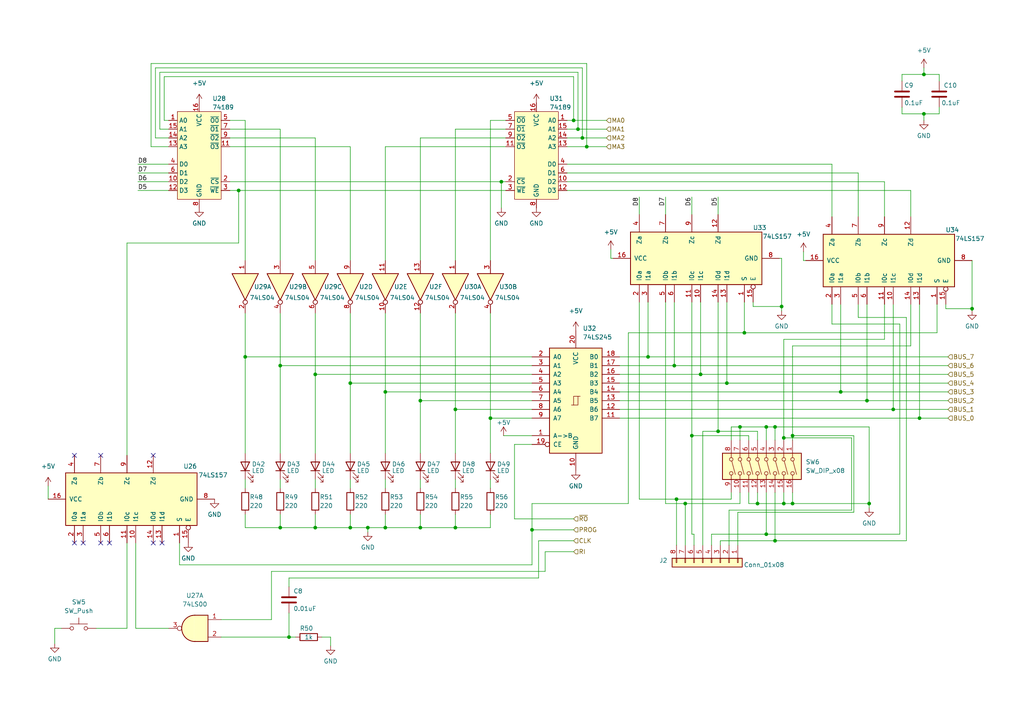
<source format=kicad_sch>
(kicad_sch (version 20211123) (generator eeschema)
  (paper "A4")
  (lib_symbols
    (symbol "74xx:74189"
      (property "Reference" "U" (at 5.08 13.97 0))
      (property "Value" "74189" (at 6.35 -13.97 0))
      (symbol "74189_0_1"
        (rectangle (start -6.35 12.7) (end 6.35 -12.7) (fill (type background)))
      )
      (symbol "74189_1_1"
        (pin input line (at -8.89 10.16 0) (length 2.54) (name "A0") (number "1"))
        (pin input line (at -8.89 -7.62 0) (length 2.54) (name "D2") (number "10"))
        (pin output line (at 8.89 2.54 180) (length 2.54) (name "~{O3}") (number "11"))
        (pin input line (at -8.89 -10.16 0) (length 2.54) (name "D3") (number "12"))
        (pin input line (at -8.89 2.54 0) (length 2.54) (name "A3") (number "13"))
        (pin input line (at -8.89 5.08 0) (length 2.54) (name "A2") (number "14"))
        (pin input line (at -8.89 7.62 0) (length 2.54) (name "A1") (number "15"))
        (pin input line (at 0 15.24 270) (length 2.54) (name "VCC") (number "16"))
        (pin input line (at 8.89 -7.62 180) (length 2.54) (name "~{CS}") (number "2"))
        (pin input line (at 8.89 -10.16 180) (length 2.54) (name "~{WE}") (number "3"))
        (pin input line (at -8.89 -2.54 0) (length 2.54) (name "D0") (number "4"))
        (pin output line (at 8.89 10.16 180) (length 2.54) (name "~{O0}") (number "5"))
        (pin input line (at -8.89 -5.08 0) (length 2.54) (name "D1") (number "6"))
        (pin output line (at 8.89 7.62 180) (length 2.54) (name "~{O1}") (number "7"))
        (pin input line (at 0 -15.24 90) (length 2.54) (name "GND") (number "8"))
        (pin output line (at 8.89 5.08 180) (length 2.54) (name "~{O2}") (number "9"))
      )
    )
    (symbol "74xx:74LS00" (pin_names (offset 1.016))
      (property "Reference" "U" (at 0 1.27 0))
      (property "Value" "74LS00" (at 0 -1.27 0))
      (symbol "74LS00_1_1"
        (arc (start 0 -3.81) (mid 3.81 0) (end 0 3.81) (stroke (width 0.254)) (fill (type background)))
        (polyline (pts (xy 0 3.81) (xy -3.81 3.81) (xy -3.81 -3.81) (xy 0 -3.81)) (stroke (width 0.254)) (fill (type background)))
        (pin input line (at -7.62 2.54 0) (length 3.81) (name "~") (number "1"))
        (pin input line (at -7.62 -2.54 0) (length 3.81) (name "~") (number "2"))
        (pin output inverted (at 7.62 0 180) (length 3.81) (name "~") (number "3"))
      )
      (symbol "74LS00_1_2"
        (arc (start -3.81 -3.81) (mid -2.589 0) (end -3.81 3.81) (stroke (width 0.254)))
        (arc (start -0.6096 -3.81) (mid 2.1842 -2.5851) (end 3.81 0) (stroke (width 0.254)) (fill (type background)))
        (polyline (pts (xy -3.81 -3.81) (xy -0.635 -3.81)) (stroke (width 0.254)) (fill (type background)))
        (polyline (pts (xy -3.81 3.81) (xy -0.635 3.81)) (stroke (width 0.254)) (fill (type background)))
        (polyline (pts (xy -0.635 3.81) (xy -3.81 3.81) (xy -3.81 3.81) (xy -3.556 3.4036) (xy -3.0226 2.2606) (xy -2.6924 1.0414) (xy -2.6162 -0.254) (xy -2.7686 -1.4986) (xy -3.175 -2.7178) (xy -3.81 -3.81) (xy -3.81 -3.81) (xy -0.635 -3.81)) (stroke (width -25.4)) (fill (type background)))
        (arc (start 3.81 0) (mid 2.1915 2.5936) (end -0.6096 3.81) (stroke (width 0.254)) (fill (type background)))
        (pin input inverted (at -7.62 2.54 0) (length 4.318) (name "~") (number "1"))
        (pin input inverted (at -7.62 -2.54 0) (length 4.318) (name "~") (number "2"))
        (pin output line (at 7.62 0 180) (length 3.81) (name "~") (number "3"))
      )
      (symbol "74LS00_2_1"
        (arc (start 0 -3.81) (mid 3.81 0) (end 0 3.81) (stroke (width 0.254)) (fill (type background)))
        (polyline (pts (xy 0 3.81) (xy -3.81 3.81) (xy -3.81 -3.81) (xy 0 -3.81)) (stroke (width 0.254)) (fill (type background)))
        (pin input line (at -7.62 2.54 0) (length 3.81) (name "~") (number "4"))
        (pin input line (at -7.62 -2.54 0) (length 3.81) (name "~") (number "5"))
        (pin output inverted (at 7.62 0 180) (length 3.81) (name "~") (number "6"))
      )
      (symbol "74LS00_2_2"
        (arc (start -3.81 -3.81) (mid -2.589 0) (end -3.81 3.81) (stroke (width 0.254)))
        (arc (start -0.6096 -3.81) (mid 2.1842 -2.5851) (end 3.81 0) (stroke (width 0.254)) (fill (type background)))
        (polyline (pts (xy -3.81 -3.81) (xy -0.635 -3.81)) (stroke (width 0.254)) (fill (type background)))
        (polyline (pts (xy -3.81 3.81) (xy -0.635 3.81)) (stroke (width 0.254)) (fill (type background)))
        (polyline (pts (xy -0.635 3.81) (xy -3.81 3.81) (xy -3.81 3.81) (xy -3.556 3.4036) (xy -3.0226 2.2606) (xy -2.6924 1.0414) (xy -2.6162 -0.254) (xy -2.7686 -1.4986) (xy -3.175 -2.7178) (xy -3.81 -3.81) (xy -3.81 -3.81) (xy -0.635 -3.81)) (stroke (width -25.4)) (fill (type background)))
        (arc (start 3.81 0) (mid 2.1915 2.5936) (end -0.6096 3.81) (stroke (width 0.254)) (fill (type background)))
        (pin input inverted (at -7.62 2.54 0) (length 4.318) (name "~") (number "4"))
        (pin input inverted (at -7.62 -2.54 0) (length 4.318) (name "~") (number "5"))
        (pin output line (at 7.62 0 180) (length 3.81) (name "~") (number "6"))
      )
      (symbol "74LS00_3_1"
        (arc (start 0 -3.81) (mid 3.81 0) (end 0 3.81) (stroke (width 0.254)) (fill (type background)))
        (polyline (pts (xy 0 3.81) (xy -3.81 3.81) (xy -3.81 -3.81) (xy 0 -3.81)) (stroke (width 0.254)) (fill (type background)))
        (pin input line (at -7.62 -2.54 0) (length 3.81) (name "~") (number "10"))
        (pin output inverted (at 7.62 0 180) (length 3.81) (name "~") (number "8"))
        (pin input line (at -7.62 2.54 0) (length 3.81) (name "~") (number "9"))
      )
      (symbol "74LS00_3_2"
        (arc (start -3.81 -3.81) (mid -2.589 0) (end -3.81 3.81) (stroke (width 0.254)))
        (arc (start -0.6096 -3.81) (mid 2.1842 -2.5851) (end 3.81 0) (stroke (width 0.254)) (fill (type background)))
        (polyline (pts (xy -3.81 -3.81) (xy -0.635 -3.81)) (stroke (width 0.254)) (fill (type background)))
        (polyline (pts (xy -3.81 3.81) (xy -0.635 3.81)) (stroke (width 0.254)) (fill (type background)))
        (polyline (pts (xy -0.635 3.81) (xy -3.81 3.81) (xy -3.81 3.81) (xy -3.556 3.4036) (xy -3.0226 2.2606) (xy -2.6924 1.0414) (xy -2.6162 -0.254) (xy -2.7686 -1.4986) (xy -3.175 -2.7178) (xy -3.81 -3.81) (xy -3.81 -3.81) (xy -0.635 -3.81)) (stroke (width -25.4)) (fill (type background)))
        (arc (start 3.81 0) (mid 2.1915 2.5936) (end -0.6096 3.81) (stroke (width 0.254)) (fill (type background)))
        (pin input inverted (at -7.62 -2.54 0) (length 4.318) (name "~") (number "10"))
        (pin output line (at 7.62 0 180) (length 3.81) (name "~") (number "8"))
        (pin input inverted (at -7.62 2.54 0) (length 4.318) (name "~") (number "9"))
      )
      (symbol "74LS00_4_1"
        (arc (start 0 -3.81) (mid 3.81 0) (end 0 3.81) (stroke (width 0.254)) (fill (type background)))
        (polyline (pts (xy 0 3.81) (xy -3.81 3.81) (xy -3.81 -3.81) (xy 0 -3.81)) (stroke (width 0.254)) (fill (type background)))
        (pin output inverted (at 7.62 0 180) (length 3.81) (name "~") (number "11"))
        (pin input line (at -7.62 2.54 0) (length 3.81) (name "~") (number "12"))
        (pin input line (at -7.62 -2.54 0) (length 3.81) (name "~") (number "13"))
      )
      (symbol "74LS00_4_2"
        (arc (start -3.81 -3.81) (mid -2.589 0) (end -3.81 3.81) (stroke (width 0.254)))
        (arc (start -0.6096 -3.81) (mid 2.1842 -2.5851) (end 3.81 0) (stroke (width 0.254)) (fill (type background)))
        (polyline (pts (xy -3.81 -3.81) (xy -0.635 -3.81)) (stroke (width 0.254)) (fill (type background)))
        (polyline (pts (xy -3.81 3.81) (xy -0.635 3.81)) (stroke (width 0.254)) (fill (type background)))
        (polyline (pts (xy -0.635 3.81) (xy -3.81 3.81) (xy -3.81 3.81) (xy -3.556 3.4036) (xy -3.0226 2.2606) (xy -2.6924 1.0414) (xy -2.6162 -0.254) (xy -2.7686 -1.4986) (xy -3.175 -2.7178) (xy -3.81 -3.81) (xy -3.81 -3.81) (xy -0.635 -3.81)) (stroke (width -25.4)) (fill (type background)))
        (arc (start 3.81 0) (mid 2.1915 2.5936) (end -0.6096 3.81) (stroke (width 0.254)) (fill (type background)))
        (pin output line (at 7.62 0 180) (length 3.81) (name "~") (number "11"))
        (pin input inverted (at -7.62 2.54 0) (length 4.318) (name "~") (number "12"))
        (pin input inverted (at -7.62 -2.54 0) (length 4.318) (name "~") (number "13"))
      )
      (symbol "74LS00_5_0"
        (pin power_in line (at 0 12.7 270) (length 5.08) (name "VCC") (number "14"))
        (pin power_in line (at 0 -12.7 90) (length 5.08) (name "GND") (number "7"))
      )
      (symbol "74LS00_5_1"
        (rectangle (start -5.08 7.62) (end 5.08 -7.62) (stroke (width 0.254)) (fill (type background)))
      )
    )
    (symbol "74xx:74LS04"
      (property "Reference" "U" (at 0 1.27 0))
      (property "Value" "74LS04" (at 0 -1.27 0))
      (symbol "74LS04_1_0"
        (polyline (pts (xy -3.81 3.81) (xy -3.81 -3.81) (xy 3.81 0) (xy -3.81 3.81)) (stroke (width 0.254)) (fill (type background)))
        (pin input line (at -7.62 0 0) (length 3.81) (name "~") (number "1"))
        (pin output inverted (at 7.62 0 180) (length 3.81) (name "~") (number "2"))
      )
      (symbol "74LS04_2_0"
        (polyline (pts (xy -3.81 3.81) (xy -3.81 -3.81) (xy 3.81 0) (xy -3.81 3.81)) (stroke (width 0.254)) (fill (type background)))
        (pin input line (at -7.62 0 0) (length 3.81) (name "~") (number "3"))
        (pin output inverted (at 7.62 0 180) (length 3.81) (name "~") (number "4"))
      )
      (symbol "74LS04_3_0"
        (polyline (pts (xy -3.81 3.81) (xy -3.81 -3.81) (xy 3.81 0) (xy -3.81 3.81)) (stroke (width 0.254)) (fill (type background)))
        (pin input line (at -7.62 0 0) (length 3.81) (name "~") (number "5"))
        (pin output inverted (at 7.62 0 180) (length 3.81) (name "~") (number "6"))
      )
      (symbol "74LS04_4_0"
        (polyline (pts (xy -3.81 3.81) (xy -3.81 -3.81) (xy 3.81 0) (xy -3.81 3.81)) (stroke (width 0.254)) (fill (type background)))
        (pin output inverted (at 7.62 0 180) (length 3.81) (name "~") (number "8"))
        (pin input line (at -7.62 0 0) (length 3.81) (name "~") (number "9"))
      )
      (symbol "74LS04_5_0"
        (polyline (pts (xy -3.81 3.81) (xy -3.81 -3.81) (xy 3.81 0) (xy -3.81 3.81)) (stroke (width 0.254)) (fill (type background)))
        (pin output inverted (at 7.62 0 180) (length 3.81) (name "~") (number "10"))
        (pin input line (at -7.62 0 0) (length 3.81) (name "~") (number "11"))
      )
      (symbol "74LS04_6_0"
        (polyline (pts (xy -3.81 3.81) (xy -3.81 -3.81) (xy 3.81 0) (xy -3.81 3.81)) (stroke (width 0.254)) (fill (type background)))
        (pin output inverted (at 7.62 0 180) (length 3.81) (name "~") (number "12"))
        (pin input line (at -7.62 0 0) (length 3.81) (name "~") (number "13"))
      )
      (symbol "74LS04_7_0"
        (pin power_in line (at 0 12.7 270) (length 5.08) (name "VCC") (number "14"))
        (pin power_in line (at 0 -12.7 90) (length 5.08) (name "GND") (number "7"))
      )
      (symbol "74LS04_7_1"
        (rectangle (start -5.08 7.62) (end 5.08 -7.62) (stroke (width 0.254)) (fill (type background)))
      )
    )
    (symbol "74xx:74LS157" (pin_names (offset 1.016))
      (property "Reference" "U" (at -7.62 19.05 0))
      (property "Value" "74LS157" (at -7.62 -21.59 0))
      (symbol "74LS157_1_0"
        (pin input line (at -12.7 -15.24 0) (length 5.08) (name "S") (number "1"))
        (pin input line (at -12.7 -2.54 0) (length 5.08) (name "I1c") (number "10"))
        (pin input line (at -12.7 0 0) (length 5.08) (name "I0c") (number "11"))
        (pin output line (at 12.7 -7.62 180) (length 5.08) (name "Zd") (number "12"))
        (pin input line (at -12.7 -10.16 0) (length 5.08) (name "I1d") (number "13"))
        (pin input line (at -12.7 -7.62 0) (length 5.08) (name "I0d") (number "14"))
        (pin input inverted (at -12.7 -17.78 0) (length 5.08) (name "E") (number "15"))
        (pin power_in line (at 0 22.86 270) (length 5.08) (name "VCC") (number "16"))
        (pin input line (at -12.7 15.24 0) (length 5.08) (name "I0a") (number "2"))
        (pin input line (at -12.7 12.7 0) (length 5.08) (name "I1a") (number "3"))
        (pin output line (at 12.7 15.24 180) (length 5.08) (name "Za") (number "4"))
        (pin input line (at -12.7 7.62 0) (length 5.08) (name "I0b") (number "5"))
        (pin input line (at -12.7 5.08 0) (length 5.08) (name "I1b") (number "6"))
        (pin output line (at 12.7 7.62 180) (length 5.08) (name "Zb") (number "7"))
        (pin power_in line (at 0 -25.4 90) (length 5.08) (name "GND") (number "8"))
        (pin output line (at 12.7 0 180) (length 5.08) (name "Zc") (number "9"))
      )
      (symbol "74LS157_1_1"
        (rectangle (start -7.62 17.78) (end 7.62 -20.32) (stroke (width 0.254)) (fill (type background)))
      )
    )
    (symbol "74xx:74LS245" (pin_names (offset 1.016))
      (property "Reference" "U" (at -7.62 16.51 0))
      (property "Value" "74LS245" (at -7.62 -16.51 0))
      (symbol "74LS245_1_0"
        (polyline (pts (xy -0.635 -1.27) (xy -0.635 1.27) (xy 0.635 1.27)))
        (polyline (pts (xy -1.27 -1.27) (xy 0.635 -1.27) (xy 0.635 1.27) (xy 1.27 1.27)))
        (pin input line (at -12.7 -10.16 0) (length 5.08) (name "A->B") (number "1"))
        (pin power_in line (at 0 -20.32 90) (length 5.08) (name "GND") (number "10"))
        (pin tri_state line (at 12.7 -5.08 180) (length 5.08) (name "B7") (number "11"))
        (pin tri_state line (at 12.7 -2.54 180) (length 5.08) (name "B6") (number "12"))
        (pin tri_state line (at 12.7 0 180) (length 5.08) (name "B5") (number "13"))
        (pin tri_state line (at 12.7 2.54 180) (length 5.08) (name "B4") (number "14"))
        (pin tri_state line (at 12.7 5.08 180) (length 5.08) (name "B3") (number "15"))
        (pin tri_state line (at 12.7 7.62 180) (length 5.08) (name "B2") (number "16"))
        (pin tri_state line (at 12.7 10.16 180) (length 5.08) (name "B1") (number "17"))
        (pin tri_state line (at 12.7 12.7 180) (length 5.08) (name "B0") (number "18"))
        (pin input inverted (at -12.7 -12.7 0) (length 5.08) (name "CE") (number "19"))
        (pin tri_state line (at -12.7 12.7 0) (length 5.08) (name "A0") (number "2"))
        (pin power_in line (at 0 20.32 270) (length 5.08) (name "VCC") (number "20"))
        (pin tri_state line (at -12.7 10.16 0) (length 5.08) (name "A1") (number "3"))
        (pin tri_state line (at -12.7 7.62 0) (length 5.08) (name "A2") (number "4"))
        (pin tri_state line (at -12.7 5.08 0) (length 5.08) (name "A3") (number "5"))
        (pin tri_state line (at -12.7 2.54 0) (length 5.08) (name "A4") (number "6"))
        (pin tri_state line (at -12.7 0 0) (length 5.08) (name "A5") (number "7"))
        (pin tri_state line (at -12.7 -2.54 0) (length 5.08) (name "A6") (number "8"))
        (pin tri_state line (at -12.7 -5.08 0) (length 5.08) (name "A7") (number "9"))
      )
      (symbol "74LS245_1_1"
        (rectangle (start -7.62 15.24) (end 7.62 -15.24) (stroke (width 0.254)) (fill (type background)))
      )
    )
    (symbol "Connector_Generic:Conn_01x08" (pin_names (offset 1.016) hide)
      (property "Reference" "J" (at 0 10.16 0))
      (property "Value" "Conn_01x08" (at 0 -12.7 0))
      (symbol "Conn_01x08_1_1"
        (rectangle (start -1.27 -10.033) (end 0 -10.287) (stroke (width 0.1524)))
        (rectangle (start -1.27 -7.493) (end 0 -7.747) (stroke (width 0.1524)))
        (rectangle (start -1.27 -4.953) (end 0 -5.207) (stroke (width 0.1524)))
        (rectangle (start -1.27 -2.413) (end 0 -2.667) (stroke (width 0.1524)))
        (rectangle (start -1.27 0.127) (end 0 -0.127) (stroke (width 0.1524)))
        (rectangle (start -1.27 2.667) (end 0 2.413) (stroke (width 0.1524)))
        (rectangle (start -1.27 5.207) (end 0 4.953) (stroke (width 0.1524)))
        (rectangle (start -1.27 7.747) (end 0 7.493) (stroke (width 0.1524)))
        (rectangle (start -1.27 8.89) (end 1.27 -11.43) (stroke (width 0.254)) (fill (type background)))
        (pin passive line (at -5.08 7.62 0) (length 3.81) (name "Pin_1") (number "1"))
        (pin passive line (at -5.08 5.08 0) (length 3.81) (name "Pin_2") (number "2"))
        (pin passive line (at -5.08 2.54 0) (length 3.81) (name "Pin_3") (number "3"))
        (pin passive line (at -5.08 0 0) (length 3.81) (name "Pin_4") (number "4"))
        (pin passive line (at -5.08 -2.54 0) (length 3.81) (name "Pin_5") (number "5"))
        (pin passive line (at -5.08 -5.08 0) (length 3.81) (name "Pin_6") (number "6"))
        (pin passive line (at -5.08 -7.62 0) (length 3.81) (name "Pin_7") (number "7"))
        (pin passive line (at -5.08 -10.16 0) (length 3.81) (name "Pin_8") (number "8"))
      )
    )
    (symbol "Device:C" (pin_numbers hide) (pin_names (offset 0.254))
      (property "Reference" "C" (at 0.635 2.54 0))
      (property "Value" "C" (at 0.635 -2.54 0))
      (symbol "C_0_1"
        (polyline (pts (xy -2.032 -0.762) (xy 2.032 -0.762)) (stroke (width 0.508)))
        (polyline (pts (xy -2.032 0.762) (xy 2.032 0.762)) (stroke (width 0.508)))
      )
      (symbol "C_1_1"
        (pin passive line (at 0 3.81 270) (length 2.794) (name "~") (number "1"))
        (pin passive line (at 0 -3.81 90) (length 2.794) (name "~") (number "2"))
      )
    )
    (symbol "Device:LED" (pin_numbers hide) (pin_names (offset 1.016) hide)
      (property "Reference" "D" (at 0 2.54 0))
      (property "Value" "LED" (at 0 -2.54 0))
      (symbol "LED_0_1"
        (polyline (pts (xy -1.27 -1.27) (xy -1.27 1.27)) (stroke (width 0.254)))
        (polyline (pts (xy -1.27 0) (xy 1.27 0)))
        (polyline (pts (xy 1.27 -1.27) (xy 1.27 1.27) (xy -1.27 0) (xy 1.27 -1.27)) (stroke (width 0.254)))
        (polyline (pts (xy -3.048 -0.762) (xy -4.572 -2.286) (xy -3.81 -2.286) (xy -4.572 -2.286) (xy -4.572 -1.524)))
        (polyline (pts (xy -1.778 -0.762) (xy -3.302 -2.286) (xy -2.54 -2.286) (xy -3.302 -2.286) (xy -3.302 -1.524)))
      )
      (symbol "LED_1_1"
        (pin passive line (at -3.81 0 0) (length 2.54) (name "K") (number "1"))
        (pin passive line (at 3.81 0 180) (length 2.54) (name "A") (number "2"))
      )
    )
    (symbol "Device:R" (pin_numbers hide) (pin_names (offset 0))
      (property "Reference" "R" (at 2.032 0 90))
      (property "Value" "R" (at 0 0 90))
      (symbol "R_0_1"
        (rectangle (start -1.016 -2.54) (end 1.016 2.54) (stroke (width 0.254)))
      )
      (symbol "R_1_1"
        (pin passive line (at 0 3.81 270) (length 1.27) (name "~") (number "1"))
        (pin passive line (at 0 -3.81 90) (length 1.27) (name "~") (number "2"))
      )
    )
    (symbol "Switch:SW_DIP_x08" (pin_names (offset 0) hide)
      (property "Reference" "SW" (at 0 13.97 0))
      (property "Value" "SW_DIP_x08" (at 0 -11.43 0))
      (symbol "SW_DIP_x08_0_0"
        (circle (center -2.032 -7.62) (radius 0.508))
        (circle (center -2.032 -5.08) (radius 0.508))
        (circle (center -2.032 -2.54) (radius 0.508))
        (circle (center -2.032 0) (radius 0.508))
        (circle (center -2.032 2.54) (radius 0.508))
        (circle (center -2.032 5.08) (radius 0.508))
        (circle (center -2.032 7.62) (radius 0.508))
        (circle (center -2.032 10.16) (radius 0.508))
        (polyline (pts (xy -1.524 -7.4676) (xy 2.3622 -6.4262)))
        (polyline (pts (xy -1.524 -4.9276) (xy 2.3622 -3.8862)))
        (polyline (pts (xy -1.524 -2.3876) (xy 2.3622 -1.3462)))
        (polyline (pts (xy -1.524 0.127) (xy 2.3622 1.1684)))
        (polyline (pts (xy -1.524 2.667) (xy 2.3622 3.7084)))
        (polyline (pts (xy -1.524 5.207) (xy 2.3622 6.2484)))
        (polyline (pts (xy -1.524 7.747) (xy 2.3622 8.7884)))
        (polyline (pts (xy -1.524 10.287) (xy 2.3622 11.3284)))
        (circle (center 2.032 -7.62) (radius 0.508))
        (circle (center 2.032 -5.08) (radius 0.508))
        (circle (center 2.032 -2.54) (radius 0.508))
        (circle (center 2.032 0) (radius 0.508))
        (circle (center 2.032 2.54) (radius 0.508))
        (circle (center 2.032 5.08) (radius 0.508))
        (circle (center 2.032 7.62) (radius 0.508))
        (circle (center 2.032 10.16) (radius 0.508))
      )
      (symbol "SW_DIP_x08_0_1"
        (rectangle (start -3.81 12.7) (end 3.81 -10.16) (stroke (width 0.254)) (fill (type background)))
      )
      (symbol "SW_DIP_x08_1_1"
        (pin passive line (at -7.62 10.16 0) (length 5.08) (name "~") (number "1"))
        (pin passive line (at 7.62 -5.08 180) (length 5.08) (name "~") (number "10"))
        (pin passive line (at 7.62 -2.54 180) (length 5.08) (name "~") (number "11"))
        (pin passive line (at 7.62 0 180) (length 5.08) (name "~") (number "12"))
        (pin passive line (at 7.62 2.54 180) (length 5.08) (name "~") (number "13"))
        (pin passive line (at 7.62 5.08 180) (length 5.08) (name "~") (number "14"))
        (pin passive line (at 7.62 7.62 180) (length 5.08) (name "~") (number "15"))
        (pin passive line (at 7.62 10.16 180) (length 5.08) (name "~") (number "16"))
        (pin passive line (at -7.62 7.62 0) (length 5.08) (name "~") (number "2"))
        (pin passive line (at -7.62 5.08 0) (length 5.08) (name "~") (number "3"))
        (pin passive line (at -7.62 2.54 0) (length 5.08) (name "~") (number "4"))
        (pin passive line (at -7.62 0 0) (length 5.08) (name "~") (number "5"))
        (pin passive line (at -7.62 -2.54 0) (length 5.08) (name "~") (number "6"))
        (pin passive line (at -7.62 -5.08 0) (length 5.08) (name "~") (number "7"))
        (pin passive line (at -7.62 -7.62 0) (length 5.08) (name "~") (number "8"))
        (pin passive line (at 7.62 -7.62 180) (length 5.08) (name "~") (number "9"))
      )
    )
    (symbol "Switch:SW_Push" (pin_numbers hide) (pin_names (offset 1.016) hide)
      (property "Reference" "SW" (at 1.27 2.54 0))
      (property "Value" "SW_Push" (at 0 -1.524 0))
      (symbol "SW_Push_0_1"
        (circle (center -2.032 0) (radius 0.508))
        (polyline (pts (xy 0 1.27) (xy 0 3.048)))
        (polyline (pts (xy 2.54 1.27) (xy -2.54 1.27)))
        (circle (center 2.032 0) (radius 0.508))
        (pin passive line (at -5.08 0 0) (length 2.54) (name "1") (number "1"))
        (pin passive line (at 5.08 0 180) (length 2.54) (name "2") (number "2"))
      )
    )
    (symbol "power:+5V" (power) (pin_names (offset 0))
      (property "Value" "+5V" (at 0 3.556 0))
      (symbol "+5V_0_1"
        (polyline (pts (xy -0.762 1.27) (xy 0 2.54)))
        (polyline (pts (xy 0 0) (xy 0 2.54)))
        (polyline (pts (xy 0 2.54) (xy 0.762 1.27)))
      )
      (symbol "+5V_1_1"
        (pin power_in line (at 0 0 90) (length 0) hide (name "+5V") (number "1"))
      )
    )
    (symbol "power:GND" (power) (pin_names (offset 0))
      (property "Value" "GND" (at 0 -3.81 0))
      (symbol "GND_0_1"
        (polyline (pts (xy 0 0) (xy 0 -1.27) (xy 1.27 -1.27) (xy 0 -2.54) (xy -1.27 -1.27) (xy 0 -1.27)))
      )
      (symbol "GND_1_1"
        (pin power_in line (at 0 0 270) (length 0) hide (name "GND") (number "1"))
      )
    )
  )
  (junction (at 203.2 108.585))
  (junction (at 226.695 88.9))
  (junction (at 227.33 127))
  (junction (at 145.415 52.705))
  (junction (at 142.24 121.285))
  (junction (at 267.97 33.02))
  (junction (at 132.08 153.035))
  (junction (at 224.79 156.845))
  (junction (at 208.28 125.095))
  (junction (at 267.97 21.59))
  (junction (at 222.25 123.825))
  (junction (at 166.37 34.925))
  (junction (at 259.08 118.745))
  (junction (at 71.12 103.505))
  (junction (at 195.58 106.045))
  (junction (at 222.25 154.94))
  (junction (at 214.63 123.825))
  (junction (at 168.91 40.005))
  (junction (at 229.87 146.05))
  (junction (at 154.305 153.67))
  (junction (at 111.76 113.665))
  (junction (at 106.68 153.035))
  (junction (at 196.215 144.78))
  (junction (at 91.44 153.035))
  (junction (at 229.87 126.365))
  (junction (at 243.84 113.665))
  (junction (at 69.215 55.245))
  (junction (at 187.96 103.505))
  (junction (at 81.28 153.035))
  (junction (at 121.92 116.205))
  (junction (at 224.79 123.825))
  (junction (at 81.28 106.045))
  (junction (at 132.08 118.745))
  (junction (at 170.18 42.545))
  (junction (at 121.92 153.035))
  (junction (at 198.755 146.05))
  (junction (at 251.46 116.205))
  (junction (at 215.9 96.52))
  (junction (at 219.71 146.05))
  (junction (at 83.82 184.785))
  (junction (at 210.82 111.125))
  (junction (at 227.33 146.05))
  (junction (at 252.095 146.05))
  (junction (at 101.6 111.125))
  (junction (at 266.7 121.285))
  (junction (at 91.44 108.585))
  (junction (at 111.76 153.035))
  (junction (at 101.6 153.035))
  (junction (at 281.94 89.535))
  (junction (at 200.66 126.365))
  (junction (at 167.64 37.465))
  (no_connect (at 44.45 132.08))
  (no_connect (at 29.21 132.08))
  (no_connect (at 21.59 132.08))
  (no_connect (at 21.59 157.48))
  (no_connect (at 24.13 157.48))
  (no_connect (at 44.45 157.48))
  (no_connect (at 46.99 157.48))
  (no_connect (at 29.21 157.48))
  (no_connect (at 31.75 157.48))
  (wire (pts (xy 146.685 40.005) (xy 121.92 40.005)))
  (wire (pts (xy 208.915 158.115) (xy 208.915 156.845)))
  (wire (pts (xy 182.245 96.52) (xy 182.245 146.05)))
  (wire (pts (xy 251.46 116.205) (xy 179.705 116.205)))
  (wire (pts (xy 71.12 103.505) (xy 71.12 90.805)))
  (wire (pts (xy 142.24 34.925) (xy 142.24 75.565)))
  (wire (pts (xy 222.25 142.875) (xy 222.25 154.94)))
  (wire (pts (xy 106.68 153.035) (xy 106.68 154.305)))
  (wire (pts (xy 219.71 146.05) (xy 227.33 146.05)))
  (wire (pts (xy 203.2 108.585) (xy 179.705 108.585)))
  (wire (pts (xy 81.28 90.805) (xy 81.28 106.045)))
  (wire (pts (xy 200.66 87.63) (xy 200.66 126.365)))
  (wire (pts (xy 267.97 21.59) (xy 272.415 21.59)))
  (wire (pts (xy 256.54 98.425) (xy 227.33 98.425)))
  (wire (pts (xy 206.375 158.115) (xy 206.375 154.94)))
  (wire (pts (xy 101.6 153.035) (xy 106.68 153.035)))
  (wire (pts (xy 81.28 37.465) (xy 81.28 75.565)))
  (wire (pts (xy 218.44 88.9) (xy 226.695 88.9)))
  (wire (pts (xy 226.695 74.93) (xy 226.695 88.9)))
  (wire (pts (xy 71.12 103.505) (xy 154.305 103.505)))
  (wire (pts (xy 48.895 34.925) (xy 47.625 34.925)))
  (wire (pts (xy 15.875 182.245) (xy 15.875 186.69)))
  (wire (pts (xy 227.33 98.425) (xy 227.33 127)))
  (wire (pts (xy 40.005 55.245) (xy 48.895 55.245)))
  (wire (pts (xy 227.33 142.875) (xy 227.33 146.05)))
  (wire (pts (xy 229.87 146.05) (xy 252.095 146.05)))
  (wire (pts (xy 175.895 37.465) (xy 167.64 37.465)))
  (wire (pts (xy 36.83 182.245) (xy 27.94 182.245)))
  (wire (pts (xy 149.225 128.905) (xy 149.225 150.495)))
  (wire (pts (xy 252.095 146.05) (xy 252.095 123.825)))
  (wire (pts (xy 46.355 37.465) (xy 46.355 20.955)))
  (wire (pts (xy 156.21 156.845) (xy 166.37 156.845)))
  (wire (pts (xy 81.28 153.035) (xy 91.44 153.035)))
  (wire (pts (xy 274.955 118.745) (xy 259.08 118.745)))
  (wire (pts (xy 208.28 57.15) (xy 208.28 62.23)))
  (wire (pts (xy 241.3 47.625) (xy 241.3 62.865)))
  (wire (pts (xy 243.84 88.265) (xy 243.84 113.665)))
  (wire (pts (xy 78.74 165.735) (xy 158.115 165.735)))
  (wire (pts (xy 252.095 123.825) (xy 224.79 123.825)))
  (wire (pts (xy 81.28 106.045) (xy 81.28 131.445)))
  (wire (pts (xy 142.24 121.285) (xy 154.305 121.285)))
  (wire (pts (xy 229.87 100.33) (xy 229.87 126.365)))
  (wire (pts (xy 224.79 123.825) (xy 222.25 123.825)))
  (wire (pts (xy 200.66 57.15) (xy 200.66 62.23)))
  (wire (pts (xy 154.305 146.05) (xy 154.305 153.67)))
  (wire (pts (xy 170.18 42.545) (xy 164.465 42.545)))
  (wire (pts (xy 111.76 153.035) (xy 106.68 153.035)))
  (wire (pts (xy 193.04 57.15) (xy 193.04 62.23)))
  (wire (pts (xy 215.9 87.63) (xy 215.9 96.52)))
  (wire (pts (xy 193.04 87.63) (xy 193.04 146.05)))
  (wire (pts (xy 132.08 118.745) (xy 154.305 118.745)))
  (wire (pts (xy 198.755 146.05) (xy 214.63 146.05)))
  (wire (pts (xy 36.83 132.08) (xy 36.83 70.485)))
  (wire (pts (xy 261.62 31.115) (xy 261.62 33.02)))
  (wire (pts (xy 264.16 88.265) (xy 264.16 100.33)))
  (wire (pts (xy 274.32 88.265) (xy 274.32 89.535)))
  (wire (pts (xy 83.82 184.785) (xy 85.725 184.785)))
  (wire (pts (xy 247.65 126.365) (xy 229.87 126.365)))
  (wire (pts (xy 175.895 40.005) (xy 168.91 40.005)))
  (wire (pts (xy 43.815 42.545) (xy 43.815 18.415)))
  (wire (pts (xy 214.63 123.825) (xy 222.25 123.825)))
  (wire (pts (xy 195.58 87.63) (xy 195.58 106.045)))
  (wire (pts (xy 132.08 37.465) (xy 132.08 75.565)))
  (wire (pts (xy 208.28 125.095) (xy 219.71 125.095)))
  (wire (pts (xy 200.66 126.365) (xy 217.17 126.365)))
  (wire (pts (xy 43.815 18.415) (xy 170.18 18.415)))
  (wire (pts (xy 185.42 144.78) (xy 196.215 144.78)))
  (wire (pts (xy 121.92 149.225) (xy 121.92 153.035)))
  (wire (pts (xy 203.835 125.095) (xy 208.28 125.095)))
  (wire (pts (xy 142.24 131.445) (xy 142.24 121.285)))
  (wire (pts (xy 39.37 157.48) (xy 39.37 182.245)))
  (wire (pts (xy 215.9 96.52) (xy 271.78 96.52)))
  (wire (pts (xy 227.33 146.05) (xy 229.87 146.05)))
  (wire (pts (xy 158.115 160.02) (xy 166.37 160.02)))
  (wire (pts (xy 185.42 57.15) (xy 185.42 62.23)))
  (wire (pts (xy 66.675 55.245) (xy 69.215 55.245)))
  (wire (pts (xy 210.82 111.125) (xy 179.705 111.125)))
  (wire (pts (xy 219.71 125.095) (xy 219.71 127.635)))
  (wire (pts (xy 45.085 19.685) (xy 168.91 19.685)))
  (wire (pts (xy 213.995 158.115) (xy 213.995 148.59)))
  (wire (pts (xy 71.12 149.225) (xy 71.12 153.035)))
  (wire (pts (xy 193.04 146.05) (xy 198.755 146.05)))
  (wire (pts (xy 101.6 111.125) (xy 101.6 131.445)))
  (wire (pts (xy 156.21 167.64) (xy 156.21 156.845)))
  (wire (pts (xy 196.215 144.78) (xy 212.09 144.78)))
  (wire (pts (xy 101.6 42.545) (xy 101.6 75.565)))
  (wire (pts (xy 260.985 93.98) (xy 241.3 93.98)))
  (wire (pts (xy 142.24 149.225) (xy 142.24 153.035)))
  (wire (pts (xy 36.83 70.485) (xy 69.215 70.485)))
  (wire (pts (xy 52.07 157.48) (xy 52.07 163.83)))
  (wire (pts (xy 274.955 111.125) (xy 210.82 111.125)))
  (wire (pts (xy 132.08 149.225) (xy 132.08 153.035)))
  (wire (pts (xy 206.375 154.94) (xy 222.25 154.94)))
  (wire (pts (xy 81.28 149.225) (xy 81.28 153.035)))
  (wire (pts (xy 208.915 156.845) (xy 224.79 156.845)))
  (wire (pts (xy 101.6 139.065) (xy 101.6 141.605)))
  (wire (pts (xy 271.78 96.52) (xy 271.78 88.265)))
  (wire (pts (xy 267.97 33.02) (xy 267.97 34.925)))
  (wire (pts (xy 121.92 131.445) (xy 121.92 116.205)))
  (wire (pts (xy 154.305 153.67) (xy 166.37 153.67)))
  (wire (pts (xy 211.455 147.955) (xy 247.015 147.955)))
  (wire (pts (xy 212.09 127.635) (xy 212.09 123.825)))
  (wire (pts (xy 200.66 154.94) (xy 200.66 126.365)))
  (wire (pts (xy 71.12 34.925) (xy 71.12 75.565)))
  (wire (pts (xy 215.9 96.52) (xy 182.245 96.52)))
  (wire (pts (xy 217.17 126.365) (xy 217.17 127.635)))
  (wire (pts (xy 158.115 165.735) (xy 158.115 160.02)))
  (wire (pts (xy 64.135 184.785) (xy 83.82 184.785)))
  (wire (pts (xy 83.82 177.8) (xy 83.82 184.785)))
  (wire (pts (xy 227.33 127) (xy 227.33 127.635)))
  (wire (pts (xy 164.465 47.625) (xy 241.3 47.625)))
  (wire (pts (xy 45.085 40.005) (xy 45.085 19.685)))
  (wire (pts (xy 146.05 126.365) (xy 154.305 126.365)))
  (wire (pts (xy 274.955 113.665) (xy 243.84 113.665)))
  (wire (pts (xy 81.28 139.065) (xy 81.28 141.605)))
  (wire (pts (xy 66.675 42.545) (xy 101.6 42.545)))
  (wire (pts (xy 212.09 144.78) (xy 212.09 142.875)))
  (wire (pts (xy 252.095 147.32) (xy 252.095 146.05)))
  (wire (pts (xy 71.12 139.065) (xy 71.12 141.605)))
  (wire (pts (xy 170.18 18.415) (xy 170.18 42.545)))
  (wire (pts (xy 132.08 131.445) (xy 132.08 118.745)))
  (wire (pts (xy 177.165 72.39) (xy 177.165 74.93)))
  (wire (pts (xy 111.76 113.665) (xy 154.305 113.665)))
  (wire (pts (xy 164.465 52.705) (xy 256.54 52.705)))
  (wire (pts (xy 47.625 34.925) (xy 47.625 22.225)))
  (wire (pts (xy 196.215 144.78) (xy 196.215 158.115)))
  (wire (pts (xy 164.465 55.245) (xy 264.16 55.245)))
  (wire (pts (xy 149.225 150.495) (xy 166.37 150.495)))
  (wire (pts (xy 91.44 153.035) (xy 101.6 153.035)))
  (wire (pts (xy 260.985 154.94) (xy 260.985 93.98)))
  (wire (pts (xy 274.32 89.535) (xy 281.94 89.535)))
  (wire (pts (xy 210.82 87.63) (xy 210.82 111.125)))
  (wire (pts (xy 142.24 139.065) (xy 142.24 141.605)))
  (wire (pts (xy 264.16 55.245) (xy 264.16 62.865)))
  (wire (pts (xy 274.955 106.045) (xy 195.58 106.045)))
  (wire (pts (xy 166.37 34.925) (xy 164.465 34.925)))
  (wire (pts (xy 198.755 146.05) (xy 198.755 158.115)))
  (wire (pts (xy 233.045 73.025) (xy 233.045 75.565)))
  (wire (pts (xy 247.015 147.955) (xy 247.015 127)))
  (wire (pts (xy 121.92 116.205) (xy 154.305 116.205)))
  (wire (pts (xy 267.97 19.685) (xy 267.97 21.59)))
  (wire (pts (xy 262.89 92.075) (xy 262.89 156.845)))
  (wire (pts (xy 274.955 116.205) (xy 251.46 116.205)))
  (wire (pts (xy 259.08 118.745) (xy 179.705 118.745)))
  (wire (pts (xy 142.24 153.035) (xy 132.08 153.035)))
  (wire (pts (xy 111.76 113.665) (xy 111.76 90.805)))
  (wire (pts (xy 248.92 50.165) (xy 248.92 62.865)))
  (wire (pts (xy 247.015 127) (xy 227.33 127)))
  (wire (pts (xy 272.415 21.59) (xy 272.415 23.495)))
  (wire (pts (xy 201.295 154.94) (xy 200.66 154.94)))
  (wire (pts (xy 214.63 146.05) (xy 214.63 142.875)))
  (wire (pts (xy 64.135 179.705) (xy 78.74 179.705)))
  (wire (pts (xy 91.44 108.585) (xy 154.305 108.585)))
  (wire (pts (xy 154.305 163.83) (xy 154.305 153.67)))
  (wire (pts (xy 69.215 70.485) (xy 69.215 55.245)))
  (wire (pts (xy 83.82 167.64) (xy 156.21 167.64)))
  (wire (pts (xy 81.28 106.045) (xy 154.305 106.045)))
  (wire (pts (xy 177.165 74.93) (xy 177.8 74.93)))
  (wire (pts (xy 111.76 42.545) (xy 111.76 75.565)))
  (wire (pts (xy 243.84 113.665) (xy 179.705 113.665)))
  (wire (pts (xy 101.6 149.225) (xy 101.6 153.035)))
  (wire (pts (xy 195.58 106.045) (xy 179.705 106.045)))
  (wire (pts (xy 168.91 19.685) (xy 168.91 40.005)))
  (wire (pts (xy 203.2 87.63) (xy 203.2 108.585)))
  (wire (pts (xy 121.92 153.035) (xy 111.76 153.035)))
  (wire (pts (xy 167.64 20.955) (xy 167.64 37.465)))
  (wire (pts (xy 132.08 153.035) (xy 121.92 153.035)))
  (wire (pts (xy 66.675 52.705) (xy 145.415 52.705)))
  (wire (pts (xy 146.685 37.465) (xy 132.08 37.465)))
  (wire (pts (xy 101.6 90.805) (xy 101.6 111.125)))
  (wire (pts (xy 91.44 131.445) (xy 91.44 108.585)))
  (wire (pts (xy 71.12 131.445) (xy 71.12 103.505)))
  (wire (pts (xy 187.96 103.505) (xy 179.705 103.505)))
  (wire (pts (xy 40.005 50.165) (xy 48.895 50.165)))
  (wire (pts (xy 222.25 154.94) (xy 260.985 154.94)))
  (wire (pts (xy 218.44 87.63) (xy 218.44 88.9)))
  (wire (pts (xy 259.08 88.265) (xy 259.08 118.745)))
  (wire (pts (xy 262.89 156.845) (xy 224.79 156.845)))
  (wire (pts (xy 154.305 111.125) (xy 101.6 111.125)))
  (wire (pts (xy 247.65 148.59) (xy 247.65 126.365)))
  (wire (pts (xy 111.76 131.445) (xy 111.76 113.665)))
  (wire (pts (xy 222.25 123.825) (xy 222.25 127.635)))
  (wire (pts (xy 266.7 121.285) (xy 179.705 121.285)))
  (wire (pts (xy 111.76 149.225) (xy 111.76 153.035)))
  (wire (pts (xy 182.245 146.05) (xy 154.305 146.05)))
  (wire (pts (xy 256.54 52.705) (xy 256.54 62.865)))
  (wire (pts (xy 132.08 139.065) (xy 132.08 141.605)))
  (wire (pts (xy 248.92 88.265) (xy 248.92 92.075)))
  (wire (pts (xy 66.675 40.005) (xy 91.44 40.005)))
  (wire (pts (xy 39.37 182.245) (xy 48.895 182.245)))
  (wire (pts (xy 121.92 139.065) (xy 121.92 141.605)))
  (wire (pts (xy 201.295 158.115) (xy 201.295 154.94)))
  (wire (pts (xy 91.44 149.225) (xy 91.44 153.035)))
  (wire (pts (xy 274.955 108.585) (xy 203.2 108.585)))
  (wire (pts (xy 95.885 184.785) (xy 95.885 187.325)))
  (wire (pts (xy 267.97 33.02) (xy 272.415 33.02)))
  (wire (pts (xy 251.46 88.265) (xy 251.46 116.205)))
  (wire (pts (xy 36.83 157.48) (xy 36.83 182.245)))
  (wire (pts (xy 241.3 93.98) (xy 241.3 88.265)))
  (wire (pts (xy 219.71 146.05) (xy 219.71 142.875)))
  (wire (pts (xy 17.78 182.245) (xy 15.875 182.245)))
  (wire (pts (xy 91.44 108.585) (xy 91.44 90.805)))
  (wire (pts (xy 83.82 170.18) (xy 83.82 167.64)))
  (wire (pts (xy 229.87 146.05) (xy 229.87 142.875)))
  (wire (pts (xy 203.835 158.115) (xy 203.835 125.095)))
  (wire (pts (xy 281.94 89.535) (xy 281.94 90.17)))
  (wire (pts (xy 274.955 121.285) (xy 266.7 121.285)))
  (wire (pts (xy 211.455 158.115) (xy 211.455 147.955)))
  (wire (pts (xy 264.16 100.33) (xy 229.87 100.33)))
  (wire (pts (xy 91.44 139.065) (xy 91.44 141.605)))
  (wire (pts (xy 164.465 50.165) (xy 248.92 50.165)))
  (wire (pts (xy 217.17 142.875) (xy 217.17 146.05)))
  (wire (pts (xy 217.17 146.05) (xy 219.71 146.05)))
  (wire (pts (xy 146.685 34.925) (xy 142.24 34.925)))
  (wire (pts (xy 213.995 148.59) (xy 247.65 148.59)))
  (wire (pts (xy 224.79 127.635) (xy 224.79 123.825)))
  (wire (pts (xy 66.675 37.465) (xy 81.28 37.465)))
  (wire (pts (xy 266.7 88.265) (xy 266.7 121.285)))
  (wire (pts (xy 111.76 139.065) (xy 111.76 141.605)))
  (wire (pts (xy 224.79 156.845) (xy 224.79 142.875)))
  (wire (pts (xy 248.92 92.075) (xy 262.89 92.075)))
  (wire (pts (xy 47.625 22.225) (xy 166.37 22.225)))
  (wire (pts (xy 13.97 140.97) (xy 13.97 144.78)))
  (wire (pts (xy 154.305 128.905) (xy 149.225 128.905)))
  (wire (pts (xy 261.62 33.02) (xy 267.97 33.02)))
  (wire (pts (xy 145.415 52.705) (xy 145.415 60.325)))
  (wire (pts (xy 261.62 23.495) (xy 261.62 21.59)))
  (wire (pts (xy 40.005 52.705) (xy 48.895 52.705)))
  (wire (pts (xy 214.63 123.825) (xy 214.63 127.635)))
  (wire (pts (xy 175.895 34.925) (xy 166.37 34.925)))
  (wire (pts (xy 167.64 37.465) (xy 164.465 37.465)))
  (wire (pts (xy 93.345 184.785) (xy 95.885 184.785)))
  (wire (pts (xy 132.08 118.745) (xy 132.08 90.805)))
  (wire (pts (xy 142.24 121.285) (xy 142.24 90.805)))
  (wire (pts (xy 52.07 163.83) (xy 154.305 163.83)))
  (wire (pts (xy 226.06 74.93) (xy 226.695 74.93)))
  (wire (pts (xy 226.695 88.9) (xy 226.695 90.17)))
  (wire (pts (xy 66.675 34.925) (xy 71.12 34.925)))
  (wire (pts (xy 146.685 42.545) (xy 111.76 42.545)))
  (wire (pts (xy 168.91 40.005) (xy 164.465 40.005)))
  (wire (pts (xy 208.28 87.63) (xy 208.28 125.095)))
  (wire (pts (xy 229.87 126.365) (xy 229.87 127.635)))
  (wire (pts (xy 185.42 87.63) (xy 185.42 144.78)))
  (wire (pts (xy 78.74 179.705) (xy 78.74 165.735)))
  (wire (pts (xy 261.62 21.59) (xy 267.97 21.59)))
  (wire (pts (xy 233.045 75.565) (xy 233.68 75.565)))
  (wire (pts (xy 121.92 116.205) (xy 121.92 90.805)))
  (wire (pts (xy 48.895 40.005) (xy 45.085 40.005)))
  (wire (pts (xy 91.44 40.005) (xy 91.44 75.565)))
  (wire (pts (xy 281.94 75.565) (xy 281.94 89.535)))
  (wire (pts (xy 187.96 87.63) (xy 187.96 103.505)))
  (wire (pts (xy 121.92 40.005) (xy 121.92 75.565)))
  (wire (pts (xy 175.895 42.545) (xy 170.18 42.545)))
  (wire (pts (xy 145.415 52.705) (xy 146.685 52.705)))
  (wire (pts (xy 71.12 153.035) (xy 81.28 153.035)))
  (wire (pts (xy 40.005 47.625) (xy 48.895 47.625)))
  (wire (pts (xy 48.895 42.545) (xy 43.815 42.545)))
  (wire (pts (xy 212.09 123.825) (xy 214.63 123.825)))
  (wire (pts (xy 166.37 22.225) (xy 166.37 34.925)))
  (wire (pts (xy 46.355 20.955) (xy 167.64 20.955)))
  (wire (pts (xy 256.54 88.265) (xy 256.54 98.425)))
  (wire (pts (xy 272.415 33.02) (xy 272.415 31.115)))
  (wire (pts (xy 274.955 103.505) (xy 187.96 103.505)))
  (wire (pts (xy 69.215 55.245) (xy 146.685 55.245)))
  (wire (pts (xy 48.895 37.465) (xy 46.355 37.465)))
  (label "D6" (at 40.005 52.705 0))
  (label "D5" (at 208.28 57.15 270))
  (label "D8" (at 185.42 57.15 270))
  (label "D5" (at 40.005 55.245 0))
  (label "D6" (at 200.66 57.15 270))
  (label "D7" (at 193.04 57.15 270))
  (label "D7" (at 40.005 50.165 0))
  (label "D8" (at 40.005 47.625 0))
  (hierarchical_label "BUS_6" (shape input) (at 274.955 106.045 0))
  (hierarchical_label "BUS_0" (shape input) (at 274.955 121.285 0))
  (hierarchical_label "BUS_1" (shape input) (at 274.955 118.745 0))
  (hierarchical_label "BUS_7" (shape input) (at 274.955 103.505 0))
  (hierarchical_label "MA0" (shape input) (at 175.895 34.925 0))
  (hierarchical_label "BUS_5" (shape input) (at 274.955 108.585 0))
  (hierarchical_label "MA3" (shape input) (at 175.895 42.545 0))
  (hierarchical_label "MA1" (shape input) (at 175.895 37.465 0))
  (hierarchical_label "BUS_2" (shape input) (at 274.955 116.205 0))
  (hierarchical_label "~{RO}" (shape input) (at 166.37 150.495 0))
  (hierarchical_label "RI" (shape input) (at 166.37 160.02 0))
  (hierarchical_label "CLK" (shape input) (at 166.37 156.845 0))
  (hierarchical_label "MA2" (shape input) (at 175.895 40.005 0))
  (hierarchical_label "BUS_3" (shape input) (at 274.955 113.665 0))
  (hierarchical_label "BUS_4" (shape input) (at 274.955 111.125 0))
  (hierarchical_label "PROG" (shape input) (at 166.37 153.67 0))
  (symbol (lib_id "Device:C") (at 83.82 173.99 0) (unit 1)
    (property "Reference" "C8" (at 85.09 171.45 0) (effects (justify left)))
    (property "Value" "0.01uF" (at 85.09 176.53 0) (effects (justify left)))
  )
  (symbol (lib_id "power:GND") (at 226.695 90.17 0) (unit 1)
    (property "Reference" "#PWR0177" (effects hide))
    (property "Value" "GND" (at 226.695 94.615 0))
  )
  (symbol (lib_id "power:+5V") (at 233.045 73.025 0) (unit 1)
    (property "Reference" "#PWR0168" (effects hide))
    (property "Value" "+5V" (at 233.045 67.945 0))
  )
  (symbol (lib_id "74xx:74LS04") (at 132.08 83.185 270) (unit 1)
    (property "Reference" "U30" (at 134.62 83.185 90) (effects (justify left)))
    (property "Value" "74LS04" (at 133.35 86.36 90) (effects (justify left)))
    (property "Datasheet" "http://www.ti.com/lit/gpn/sn74LS04" (effects hide))
  )
  (symbol (lib_id "power:GND") (at 145.415 60.325 0) (unit 1)
    (property "Reference" "#PWR0180" (effects hide))
    (property "Value" "GND" (at 145.415 64.77 0))
  )
  (symbol (lib_id "74xx:74LS00") (at 56.515 182.245 0) (mirror y) (unit 1)
    (property "Reference" "U27" (at 56.515 172.72 0))
    (property "Value" "74LS00" (at 56.515 175.26 0))
    (property "Datasheet" "http://www.ti.com/lit/gpn/sn74ls00" (effects hide))
  )
  (symbol (lib_id "power:GND") (at 167.005 136.525 0) (unit 1)
    (property "Reference" "#PWR0172" (effects hide))
    (property "Value" "GND" (at 167.005 140.97 0))
  )
  (symbol (lib_id "power:GND") (at 155.575 60.325 0) (unit 1)
    (property "Reference" "#PWR0179" (effects hide))
    (property "Value" "GND" (at 155.575 64.77 0))
  )
  (symbol (lib_id "Switch:SW_DIP_x08") (at 219.71 135.255 270) (unit 1)
    (property "Reference" "SW6" (at 233.68 133.9849 90) (effects (justify left)))
    (property "Value" "SW_DIP_x08" (at 233.68 136.5249 90) (effects (justify left)))
  )
  (symbol (lib_id "Device:R") (at 101.6 145.415 0) (unit 1)
    (property "Reference" "R52" (at 102.87 144.145 0) (effects (justify left)))
    (property "Value" "220" (at 102.87 146.685 0) (effects (justify left)))
  )
  (symbol (lib_id "Switch:SW_Push") (at 22.86 182.245 0) (unit 1)
    (property "Reference" "SW5" (at 22.86 174.625 0))
    (property "Value" "SW_Push" (at 22.86 177.165 0))
  )
  (symbol (lib_id "74xx:74LS04") (at 121.92 83.185 270) (unit 6)
    (property "Reference" "U2" (at 124.46 83.185 90) (effects (justify left)))
    (property "Value" "74LS04" (at 123.19 86.36 90) (effects (justify left)))
    (property "Datasheet" "http://www.ti.com/lit/gpn/sn74LS04" (effects hide))
  )
  (symbol (lib_id "Device:LED") (at 101.6 135.255 90) (unit 1)
    (property "Reference" "D45" (at 103.505 134.62 90) (effects (justify right)))
    (property "Value" "LED" (at 103.505 136.525 90) (effects (justify right)))
  )
  (symbol (lib_id "Device:C") (at 261.62 27.305 0) (unit 1)
    (property "Reference" "C9" (at 262.255 24.765 0) (effects (justify left)))
    (property "Value" "0.1uF" (at 262.255 29.845 0) (effects (justify left)))
  )
  (symbol (lib_id "power:+5V") (at 57.785 29.845 0) (unit 1)
    (property "Reference" "#PWR0182" (effects hide))
    (property "Value" "+5V" (at 57.785 24.13 0))
  )
  (symbol (lib_id "74xx:74LS04") (at 91.44 83.185 270) (unit 3)
    (property "Reference" "U29" (at 93.98 83.185 90) (effects (justify left)))
    (property "Value" "74LS04" (at 92.71 86.36 90) (effects (justify left)))
    (property "Datasheet" "http://www.ti.com/lit/gpn/sn74LS04" (effects hide))
  )
  (symbol (lib_id "Device:LED") (at 132.08 135.255 90) (unit 1)
    (property "Reference" "D48" (at 133.985 134.62 90) (effects (justify right)))
    (property "Value" "LED" (at 133.985 136.525 90) (effects (justify right)))
  )
  (symbol (lib_id "Device:R") (at 121.92 145.415 0) (unit 1)
    (property "Reference" "R54" (at 123.19 144.145 0) (effects (justify left)))
    (property "Value" "220" (at 123.19 146.685 0) (effects (justify left)))
  )
  (symbol (lib_id "power:GND") (at 281.94 90.17 0) (unit 1)
    (property "Reference" "#PWR0169" (effects hide))
    (property "Value" "GND" (at 281.94 94.615 0))
  )
  (symbol (lib_id "Device:R") (at 91.44 145.415 0) (unit 1)
    (property "Reference" "R51" (at 92.71 144.145 0) (effects (justify left)))
    (property "Value" "220" (at 92.71 146.685 0) (effects (justify left)))
  )
  (symbol (lib_id "power:+5V") (at 155.575 29.845 0) (unit 1)
    (property "Reference" "#PWR0178" (effects hide))
    (property "Value" "+5V" (at 155.575 24.13 0))
  )
  (symbol (lib_id "74xx:74LS04") (at 81.28 83.185 270) (unit 2)
    (property "Reference" "U29" (at 83.82 83.185 90) (effects (justify left)))
    (property "Value" "74LS04" (at 82.55 86.36 90) (effects (justify left)))
    (property "Datasheet" "http://www.ti.com/lit/gpn/sn74LS04" (effects hide))
  )
  (symbol (lib_id "Device:LED") (at 91.44 135.255 90) (unit 1)
    (property "Reference" "D44" (at 93.345 134.62 90) (effects (justify right)))
    (property "Value" "LED" (at 93.345 136.525 90) (effects (justify right)))
  )
  (symbol (lib_id "74xx:74LS04") (at 142.24 83.185 270) (unit 2)
    (property "Reference" "U30" (at 144.78 83.185 90) (effects (justify left)))
    (property "Value" "74LS04" (at 143.51 86.36 90) (effects (justify left)))
    (property "Datasheet" "http://www.ti.com/lit/gpn/sn74LS04" (effects hide))
  )
  (symbol (lib_id "power:+5V") (at 267.97 19.685 0) (unit 1)
    (property "Reference" "#PWR0174" (effects hide))
    (property "Value" "+5V" (at 267.97 14.605 0))
  )
  (symbol (lib_id "power:+5V") (at 146.05 126.365 0) (unit 1)
    (property "Reference" "#PWR0170" (effects hide))
    (property "Value" "+5V" (at 146.05 122.555 0))
  )
  (symbol (lib_id "Device:R") (at 89.535 184.785 90) (unit 1)
    (property "Reference" "R50" (at 88.9 182.245 90))
    (property "Value" "1k" (at 89.535 184.785 90))
  )
  (symbol (lib_id "power:+5V") (at 167.005 95.885 0) (unit 1)
    (property "Reference" "#PWR0171" (effects hide))
    (property "Value" "+5V" (at 167.005 90.17 0))
  )
  (symbol (lib_id "Device:LED") (at 81.28 135.255 90) (unit 1)
    (property "Reference" "D43" (at 83.185 134.62 90) (effects (justify right)))
    (property "Value" "LED" (at 83.185 136.525 90) (effects (justify right)))
  )
  (symbol (lib_id "power:+5V") (at 177.165 72.39 0) (unit 1)
    (property "Reference" "#PWR0173" (effects hide))
    (property "Value" "+5V" (at 177.165 67.31 0))
  )
  (symbol (lib_id "power:GND") (at 106.68 154.305 0) (unit 1)
    (property "Reference" "#PWR0184" (effects hide))
    (property "Value" "GND" (at 106.68 158.75 0))
  )
  (symbol (lib_id "Device:R") (at 81.28 145.415 0) (unit 1)
    (property "Reference" "R49" (at 82.55 144.145 0) (effects (justify left)))
    (property "Value" "220" (at 82.55 146.685 0) (effects (justify left)))
  )
  (symbol (lib_id "power:GND") (at 54.61 157.48 0) (unit 1)
    (property "Reference" "#PWR0187" (effects hide))
    (property "Value" "GND" (at 54.61 161.925 0))
  )
  (symbol (lib_id "74xx:74LS04") (at 101.6 83.185 270) (unit 4)
    (property "Reference" "U2" (at 104.14 83.185 90) (effects (justify left)))
    (property "Value" "74LS04" (at 102.87 86.36 90) (effects (justify left)))
    (property "Datasheet" "http://www.ti.com/lit/gpn/sn74LS04" (effects hide))
  )
  (symbol (lib_id "Device:R") (at 111.76 145.415 0) (unit 1)
    (property "Reference" "R53" (at 113.03 144.145 0) (effects (justify left)))
    (property "Value" "220" (at 113.03 146.685 0) (effects (justify left)))
  )
  (symbol (lib_id "Device:LED") (at 142.24 135.255 90) (unit 1)
    (property "Reference" "D49" (at 144.145 134.62 90) (effects (justify right)))
    (property "Value" "LED" (at 144.145 136.525 90) (effects (justify right)))
  )
  (symbol (lib_id "Device:LED") (at 111.76 135.255 90) (unit 1)
    (property "Reference" "D46" (at 113.665 134.62 90) (effects (justify right)))
    (property "Value" "LED" (at 113.665 136.525 90) (effects (justify right)))
  )
  (symbol (lib_id "Device:R") (at 71.12 145.415 0) (unit 1)
    (property "Reference" "R48" (at 72.39 144.145 0) (effects (justify left)))
    (property "Value" "220" (at 72.39 146.685 0) (effects (justify left)))
  )
  (symbol (lib_id "74xx:74LS04") (at 111.76 83.185 270) (unit 5)
    (property "Reference" "U2" (at 114.3 83.185 90) (effects (justify left)))
    (property "Value" "74LS04" (at 113.03 86.36 90) (effects (justify left)))
    (property "Datasheet" "http://www.ti.com/lit/gpn/sn74LS04" (effects hide))
  )
  (symbol (lib_id "power:GND") (at 15.875 186.69 0) (unit 1)
    (property "Reference" "#PWR0185" (effects hide))
    (property "Value" "GND" (at 15.875 191.135 0))
  )
  (symbol (lib_id "power:GND") (at 267.97 34.925 0) (unit 1)
    (property "Reference" "#PWR0175" (effects hide))
    (property "Value" "GND" (at 267.97 39.37 0))
  )
  (symbol (lib_id "power:GND") (at 57.785 60.325 0) (unit 1)
    (property "Reference" "#PWR0181" (effects hide))
    (property "Value" "GND" (at 57.785 64.77 0))
  )
  (symbol (lib_id "power:GND") (at 252.095 147.32 0) (unit 1)
    (property "Reference" "#PWR0176" (effects hide))
    (property "Value" "GND" (at 252.095 151.765 0))
  )
  (symbol (lib_id "power:GND") (at 95.885 187.325 0) (unit 1)
    (property "Reference" "#PWR0188" (effects hide))
    (property "Value" "GND" (at 95.885 191.77 0))
  )
  (symbol (lib_id "74xx:74189") (at 57.785 45.085 0) (unit 1)
    (property "Reference" "U28" (at 61.595 28.575 0) (effects (justify left)))
    (property "Value" "74189" (at 61.595 31.115 0) (effects (justify left)))
    (property "Footprint" "Package_DIP:DIP-12_W7.62mm_LongPads" (effects hide))
  )
  (symbol (lib_id "Device:R") (at 142.24 145.415 0) (unit 1)
    (property "Reference" "R56" (at 143.51 144.145 0) (effects (justify left)))
    (property "Value" "220" (at 143.51 146.685 0) (effects (justify left)))
  )
  (symbol (lib_id "74xx:74189") (at 155.575 45.085 0) (mirror y) (unit 1)
    (property "Reference" "U31" (at 159.385 28.575 0) (effects (justify right)))
    (property "Value" "74189" (at 159.385 31.115 0) (effects (justify right)))
    (property "Footprint" "Package_DIP:DIP-12_W7.62mm_LongPads" (effects hide))
  )
  (symbol (lib_id "power:GND") (at 62.23 144.78 0) (unit 1)
    (property "Reference" "#PWR0183" (effects hide))
    (property "Value" "GND" (at 62.23 149.225 0))
  )
  (symbol (lib_id "Device:R") (at 132.08 145.415 0) (unit 1)
    (property "Reference" "R55" (at 133.35 144.145 0) (effects (justify left)))
    (property "Value" "220" (at 133.35 146.685 0) (effects (justify left)))
  )
  (symbol (lib_id "power:+5V") (at 13.97 140.97 0) (unit 1)
    (property "Reference" "#PWR0186" (effects hide))
    (property "Value" "+5V" (at 13.97 135.255 0))
  )
  (symbol (lib_id "74xx:74LS245") (at 167.005 116.205 0) (unit 1)
    (property "Reference" "U32" (at 169.0244 95.25 0) (effects (justify left)))
    (property "Value" "74LS245" (at 169.0244 97.79 0) (effects (justify left)))
    (property "Datasheet" "http://www.ti.com/lit/gpn/sn74LS245" (effects hide))
  )
  (symbol (lib_id "Device:LED") (at 71.12 135.255 90) (unit 1)
    (property "Reference" "D42" (at 73.025 134.62 90) (effects (justify right)))
    (property "Value" "LED" (at 73.025 136.525 90) (effects (justify right)))
  )
  (symbol (lib_id "74xx:74LS157") (at 36.83 144.78 90) (unit 1)
    (property "Reference" "U26" (at 57.15 135.255 90) (effects (justify left)))
    (property "Value" "74LS157" (at 66.04 137.795 90) (effects (justify left)))
    (property "Datasheet" "http://www.ti.com/lit/gpn/sn74LS157" (effects hide))
  )
  (symbol (lib_id "Device:LED") (at 121.92 135.255 90) (unit 1)
    (property "Reference" "D47" (at 123.825 134.62 90) (effects (justify right)))
    (property "Value" "LED" (at 123.825 136.525 90) (effects (justify right)))
  )
  (symbol (lib_id "74xx:74LS04") (at 71.12 83.185 270) (unit 1)
    (property "Reference" "U29" (at 73.66 83.185 90) (effects (justify left)))
    (property "Value" "74LS04" (at 72.39 86.36 90) (effects (justify left)))
    (property "Datasheet" "http://www.ti.com/lit/gpn/sn74LS04" (effects hide))
  )
  (symbol (lib_id "Connector_Generic:Conn_01x08") (at 206.375 163.195 270) (unit 1)
    (property "Reference" "J2" (at 192.405 162.56 90))
    (property "Value" "Conn_01x08" (at 221.615 163.83 90))
  )
  (symbol (lib_id "74xx:74LS157") (at 200.66 74.93 90) (unit 1)
    (property "Reference" "U33" (at 220.345 66.04 90))
    (property "Value" "74LS157" (at 225.425 68.58 90))
    (property "Datasheet" "http://www.ti.com/lit/gpn/sn74LS157" (effects hide))
  )
  (symbol (lib_id "74xx:74LS157") (at 256.54 75.565 90) (unit 1)
    (property "Reference" "U34" (at 276.225 66.675 90))
    (property "Value" "74LS157" (at 281.305 69.215 90))
    (property "Datasheet" "http://www.ti.com/lit/gpn/sn74LS157" (effects hide))
  )
  (symbol (lib_id "Device:C") (at 272.415 27.305 0) (unit 1)
    (property "Reference" "C10" (at 273.685 24.765 0) (effects (justify left)))
    (property "Value" "0.1uF" (at 273.05 29.845 0) (effects (justify left)))
  )
)
</source>
